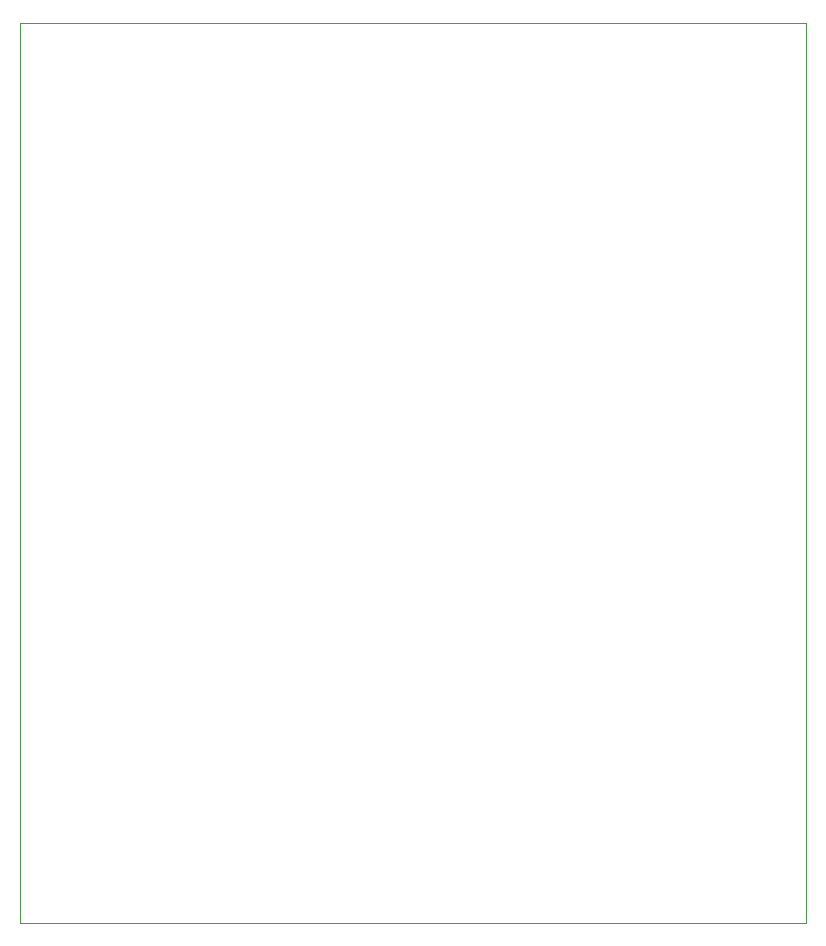
<source format=gbr>
%TF.GenerationSoftware,KiCad,Pcbnew,7.0.9*%
%TF.CreationDate,2024-02-29T12:22:54+05:30*%
%TF.ProjectId,RPS2,52505332-2e6b-4696-9361-645f70636258,rev?*%
%TF.SameCoordinates,Original*%
%TF.FileFunction,Profile,NP*%
%FSLAX46Y46*%
G04 Gerber Fmt 4.6, Leading zero omitted, Abs format (unit mm)*
G04 Created by KiCad (PCBNEW 7.0.9) date 2024-02-29 12:22:54*
%MOMM*%
%LPD*%
G01*
G04 APERTURE LIST*
%TA.AperFunction,Profile*%
%ADD10C,0.100000*%
%TD*%
G04 APERTURE END LIST*
D10*
X62458600Y-40614600D02*
X129006600Y-40614600D01*
X129006600Y-116814600D01*
X62458600Y-116814600D01*
X62458600Y-40614600D01*
M02*

</source>
